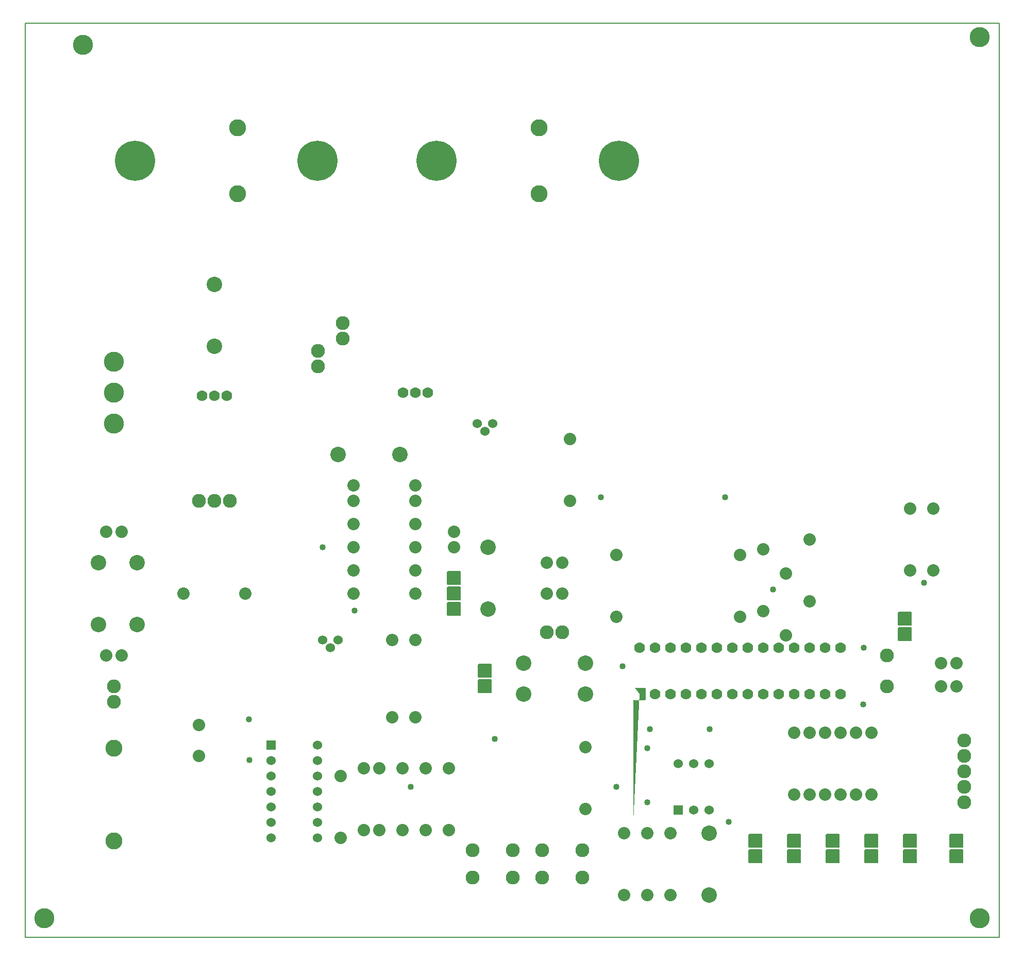
<source format=gbr>
G04 PROTEUS GERBER X2 FILE*
%TF.GenerationSoftware,Labcenter,Proteus,8.15-SP1-Build34318*%
%TF.CreationDate,2023-09-22T11:01:59+00:00*%
%TF.FileFunction,Soldermask,Top*%
%TF.FilePolarity,Negative*%
%TF.Part,Single*%
%TF.SameCoordinates,{152284cb-42d1-4113-bbe4-b0d9b1a291b6}*%
%FSLAX45Y45*%
%MOMM*%
G01*
%TA.AperFunction,Material*%
%ADD73C,1.016000*%
%AMPPAD024*
4,1,68,
-0.762000,1.016000,
0.762000,1.016000,
0.788400,1.014720,
0.813930,1.010950,
0.838490,1.004800,
0.861960,0.996400,
0.884220,0.985870,
0.905150,0.973300,
0.924650,0.958840,
0.942580,0.942580,
0.958840,0.924640,
0.973300,0.905150,
0.985860,0.884220,
0.996400,0.861960,
1.004800,0.838490,
1.010950,0.813930,
1.014720,0.788400,
1.016000,0.762000,
1.016000,-0.762000,
1.014720,-0.788400,
1.010950,-0.813930,
1.004800,-0.838490,
0.996400,-0.861960,
0.985860,-0.884220,
0.973300,-0.905150,
0.958840,-0.924640,
0.942580,-0.942580,
0.924650,-0.958840,
0.905150,-0.973300,
0.884220,-0.985870,
0.861960,-0.996400,
0.838490,-1.004800,
0.813930,-1.010950,
0.788400,-1.014720,
0.762000,-1.016000,
-0.762000,-1.016000,
-0.788400,-1.014720,
-0.813930,-1.010950,
-0.838490,-1.004800,
-0.861960,-0.996400,
-0.884220,-0.985870,
-0.905150,-0.973300,
-0.924650,-0.958840,
-0.942580,-0.942580,
-0.958840,-0.924640,
-0.973300,-0.905150,
-0.985860,-0.884220,
-0.996400,-0.861960,
-1.004800,-0.838490,
-1.010950,-0.813930,
-1.014720,-0.788400,
-1.016000,-0.762000,
-1.016000,0.762000,
-1.014720,0.788400,
-1.010950,0.813930,
-1.004800,0.838490,
-0.996400,0.861960,
-0.985860,0.884220,
-0.973300,0.905150,
-0.958840,0.924640,
-0.942580,0.942580,
-0.924650,0.958840,
-0.905150,0.973300,
-0.884220,0.985870,
-0.861960,0.996400,
-0.838490,1.004800,
-0.813930,1.010950,
-0.788400,1.014720,
-0.762000,1.016000,
0*%
%TA.AperFunction,Material*%
%ADD30PPAD024*%
%ADD31C,1.778000*%
%TA.AperFunction,Material*%
%ADD32C,2.032000*%
%AMPPAD027*
4,1,36,
-1.143000,-1.016000,
-1.143000,1.016000,
-1.140470,1.041970,
-1.133200,1.065980,
-1.121650,1.087580,
-1.106290,1.106290,
-1.087570,1.121650,
-1.065980,1.133200,
-1.041970,1.140470,
-1.016000,1.143000,
1.016000,1.143000,
1.041970,1.140470,
1.065980,1.133200,
1.087570,1.121650,
1.106290,1.106290,
1.121650,1.087580,
1.133200,1.065980,
1.140470,1.041970,
1.143000,1.016000,
1.143000,-1.016000,
1.140470,-1.041970,
1.133200,-1.065980,
1.121650,-1.087580,
1.106290,-1.106290,
1.087570,-1.121650,
1.065980,-1.133200,
1.041970,-1.140470,
1.016000,-1.143000,
-1.016000,-1.143000,
-1.041970,-1.140470,
-1.065980,-1.133200,
-1.087570,-1.121650,
-1.106290,-1.106290,
-1.121650,-1.087580,
-1.133200,-1.065980,
-1.140470,-1.041970,
-1.143000,-1.016000,
0*%
%ADD33PPAD027*%
%ADD34C,2.286000*%
%ADD35C,2.540000*%
%AMPPAD030*
4,1,36,
-0.635000,0.762000,
0.635000,0.762000,
0.660970,0.759470,
0.684980,0.752200,
0.706580,0.740650,
0.725290,0.725290,
0.740650,0.706570,
0.752200,0.684980,
0.759470,0.660970,
0.762000,0.635000,
0.762000,-0.635000,
0.759470,-0.660970,
0.752200,-0.684980,
0.740650,-0.706570,
0.725290,-0.725290,
0.706580,-0.740650,
0.684980,-0.752200,
0.660970,-0.759470,
0.635000,-0.762000,
-0.635000,-0.762000,
-0.660970,-0.759470,
-0.684980,-0.752200,
-0.706580,-0.740650,
-0.725290,-0.725290,
-0.740650,-0.706570,
-0.752200,-0.684980,
-0.759470,-0.660970,
-0.762000,-0.635000,
-0.762000,0.635000,
-0.759470,0.660970,
-0.752200,0.684980,
-0.740650,0.706570,
-0.725290,0.725290,
-0.706580,0.740650,
-0.684980,0.752200,
-0.660970,0.759470,
-0.635000,0.762000,
0*%
%TA.AperFunction,Material*%
%ADD36PPAD030*%
%ADD37C,1.524000*%
%TA.AperFunction,Material*%
%ADD38C,2.794000*%
%AMPPAD033*
4,1,36,
0.762000,0.635000,
0.762000,-0.635000,
0.759470,-0.660970,
0.752200,-0.684980,
0.740650,-0.706580,
0.725290,-0.725290,
0.706570,-0.740650,
0.684980,-0.752200,
0.660970,-0.759470,
0.635000,-0.762000,
-0.635000,-0.762000,
-0.660970,-0.759470,
-0.684980,-0.752200,
-0.706570,-0.740650,
-0.725290,-0.725290,
-0.740650,-0.706580,
-0.752200,-0.684980,
-0.759470,-0.660970,
-0.762000,-0.635000,
-0.762000,0.635000,
-0.759470,0.660970,
-0.752200,0.684980,
-0.740650,0.706580,
-0.725290,0.725290,
-0.706570,0.740650,
-0.684980,0.752200,
-0.660970,0.759470,
-0.635000,0.762000,
0.635000,0.762000,
0.660970,0.759470,
0.684980,0.752200,
0.706570,0.740650,
0.725290,0.725290,
0.740650,0.706580,
0.752200,0.684980,
0.759470,0.660970,
0.762000,0.635000,
0*%
%TA.AperFunction,Material*%
%ADD39PPAD033*%
%TA.AperFunction,Material*%
%ADD40C,3.302000*%
%TA.AperFunction,Material*%
%ADD41C,6.604000*%
%TA.AperFunction,Profile*%
%ADD23C,0.203200*%
%TD.AperFunction*%
D73*
X-8695580Y-6034329D03*
X-8706032Y-5365358D03*
X-6044494Y-6482252D03*
X-2667000Y-6477000D03*
X-2119842Y-5529752D03*
X-878920Y-1723217D03*
X-2920328Y-1723217D03*
X+1397000Y-4191000D03*
X+1390504Y-5126123D03*
X-6967519Y-3581273D03*
X-2561634Y-4498841D03*
X+2387387Y-3121995D03*
X-1137633Y-5530761D03*
X-93014Y-3234029D03*
X-818960Y-7051837D03*
X-2159000Y-6731000D03*
X-2159000Y-5842000D03*
X-4663471Y-5694230D03*
X-7493000Y-2540000D03*
D30*
X-2286000Y-4953000D03*
D31*
X-2032000Y-4953000D03*
X-1778000Y-4953000D03*
X-1524000Y-4953000D03*
X-1270000Y-4953000D03*
X-1016000Y-4953000D03*
X-762000Y-4953000D03*
X-508000Y-4953000D03*
X-254000Y-4953000D03*
X+0Y-4953000D03*
X+254000Y-4953000D03*
X+508000Y-4953000D03*
X+762000Y-4953000D03*
X+1016000Y-4953000D03*
X+1016000Y-4191000D03*
X+762000Y-4191000D03*
X+508000Y-4191000D03*
X+254000Y-4191000D03*
X+0Y-4191000D03*
X-254000Y-4191000D03*
X-508000Y-4191000D03*
X-762000Y-4191000D03*
X-1016000Y-4191000D03*
X-1270000Y-4191000D03*
X-1524000Y-4191000D03*
X-1778000Y-4191000D03*
X-2032000Y-4191000D03*
X-2284000Y-4191000D03*
D32*
X+1016000Y-5588000D03*
X+1016000Y-6604000D03*
X+508000Y-5588000D03*
X+508000Y-6604000D03*
X+762000Y-5588000D03*
X+762000Y-6604000D03*
X+1270000Y-5588000D03*
X+1270000Y-6604000D03*
X+254000Y-5588000D03*
X+254000Y-6604000D03*
D33*
X+2070212Y-3975212D03*
X+2070212Y-3721212D03*
D34*
X+1778000Y-4318000D03*
X+1778000Y-4826000D03*
D33*
X+889000Y-7366000D03*
X+889000Y-7620000D03*
X-381000Y-7366000D03*
X-381000Y-7620000D03*
X+2159000Y-7366000D03*
X+2159000Y-7620000D03*
X+1524000Y-7366000D03*
X+1524000Y-7620000D03*
X+254000Y-7366000D03*
X+254000Y-7620000D03*
D32*
X-635000Y-3683000D03*
X-635000Y-2667000D03*
X-254000Y-3594099D03*
X-254000Y-2578099D03*
D35*
X-4191000Y-4953000D03*
X-3175000Y-4953000D03*
D32*
X-3175000Y-6845299D03*
X-3175000Y-5829299D03*
D33*
X-4826000Y-4826000D03*
X-4826000Y-4572000D03*
D32*
X-3810000Y-3302000D03*
X-3556000Y-3302000D03*
X-3556000Y-2794000D03*
X-3810000Y-2794000D03*
D35*
X-4191000Y-4445000D03*
X-3175000Y-4445000D03*
D34*
X-3810000Y-3937000D03*
X-3556000Y-3937000D03*
D32*
X-2667000Y-2667000D03*
X-2667000Y-3683000D03*
X-1778000Y-7239000D03*
X-1778000Y-8255000D03*
D35*
X-1143000Y-7239000D03*
X-1143000Y-8255000D03*
D36*
X-1651000Y-6858000D03*
D37*
X-1397000Y-6858000D03*
X-1143000Y-6858000D03*
X-1143000Y-6096000D03*
X-1397000Y-6096000D03*
X-1651000Y-6096000D03*
D38*
X-10922000Y-7366000D03*
X-10922000Y-5842000D03*
D39*
X-8339314Y-5795303D03*
D37*
X-8339314Y-6049303D03*
X-8339314Y-6303303D03*
X-8339314Y-6557303D03*
X-8339314Y-6811303D03*
X-8339314Y-7065303D03*
X-8339314Y-7319303D03*
X-7577314Y-7319303D03*
X-7577314Y-7065303D03*
X-7577314Y-6811303D03*
X-7577314Y-6557303D03*
X-7577314Y-6303303D03*
X-7577314Y-6049303D03*
X-7577314Y-5795303D03*
D32*
X-11049000Y-4318000D03*
X-10795000Y-4318000D03*
D35*
X-10541000Y-2794000D03*
X-10541000Y-3810000D03*
X-11176000Y-3810000D03*
X-11176000Y-2794000D03*
D32*
X-5334000Y-2286000D03*
X-5334000Y-2540000D03*
D35*
X-4775199Y-3556000D03*
X-4775199Y-2540000D03*
D32*
X-6985000Y-1778000D03*
X-5969000Y-1778000D03*
X-6985000Y-2159000D03*
X-5969000Y-2159000D03*
X-6985000Y-1524000D03*
X-5969000Y-1524000D03*
X-11049000Y-2286000D03*
X-10795000Y-2286000D03*
X-2159000Y-7239000D03*
X-2159000Y-8255000D03*
X-2540000Y-8255000D03*
X-2540000Y-7239000D03*
X+508000Y-3429000D03*
X+508000Y-2413000D03*
X+115951Y-3987801D03*
X+115951Y-2971801D03*
D34*
X-3226000Y-7972000D03*
X-3886000Y-7972000D03*
X-3226000Y-7522000D03*
X-3886000Y-7522000D03*
D32*
X+2159000Y-2921000D03*
X+2159000Y-1905000D03*
X+2540000Y-1905000D03*
X+2540000Y-2921000D03*
D37*
X-7493000Y-4064000D03*
X-7366000Y-4191000D03*
X-7239000Y-4064000D03*
X-4953000Y-508000D03*
X-4826000Y-635000D03*
X-4699000Y-508000D03*
D31*
X-9474199Y-50800D03*
X-9270999Y-50800D03*
X-9067799Y-50800D03*
X-6172200Y+0D03*
X-5969000Y+0D03*
X-5765800Y+0D03*
D40*
X-10922000Y+508000D03*
X-10922000Y+0D03*
X-10922000Y-508000D03*
D33*
X-5334000Y-3048000D03*
X-5334000Y-3302000D03*
X-5334000Y-3556000D03*
D32*
X-9525000Y-5969000D03*
X-9525000Y-5461000D03*
X-9779000Y-3302000D03*
X-8763000Y-3302000D03*
D34*
X-9017000Y-1778000D03*
X-9525000Y-1778000D03*
X-9271000Y-1778000D03*
D32*
X-6815314Y-7192303D03*
X-6815314Y-6176303D03*
X-6561314Y-6176303D03*
X-6561314Y-7192303D03*
X-5799314Y-7192303D03*
X-5799314Y-6176303D03*
X-6180314Y-6176303D03*
X-6180314Y-7192303D03*
X-5969000Y-2921000D03*
X-6985000Y-2921000D03*
X-5969000Y-3302000D03*
X-6985000Y-3302000D03*
X-3429000Y-1778000D03*
X-3429000Y-762000D03*
X-5969000Y-2540000D03*
X-6985000Y-2540000D03*
X+2667000Y-4826000D03*
X+2921000Y-4826000D03*
X+2667000Y-4445000D03*
X+2921000Y-4445000D03*
D34*
X-7572963Y+428037D03*
X-7572963Y+682037D03*
D35*
X-9271000Y+1778000D03*
X-9271000Y+762000D03*
D32*
X-7196314Y-6303303D03*
X-7196314Y-7319303D03*
X-5418314Y-7192303D03*
X-5418314Y-6176303D03*
D34*
X-4369000Y-7972000D03*
X-5029000Y-7972000D03*
X-4369000Y-7522000D03*
X-5029000Y-7522000D03*
D32*
X-5969000Y-5334000D03*
X-5969000Y-4064000D03*
X-6350000Y-5334000D03*
X-6350000Y-4064000D03*
D38*
X-8890000Y+4353560D03*
X-8890000Y+3266440D03*
D41*
X-7576820Y+3810000D03*
X-10574020Y+3810000D03*
D38*
X-3937000Y+4353560D03*
X-3937000Y+3266440D03*
D41*
X-2623820Y+3810000D03*
X-5621020Y+3810000D03*
D40*
X-12065000Y-8636000D03*
X+3302000Y-8636000D03*
X+3302000Y+5842000D03*
X-11430000Y+5715000D03*
D33*
X+2921000Y-7366000D03*
X+2921000Y-7620000D03*
D32*
X+1524000Y-5588000D03*
X+1524000Y-6604000D03*
D34*
X+3048000Y-5715000D03*
X+3048000Y-5969000D03*
X+3048000Y-6223000D03*
X+3048000Y-6477000D03*
X+3048000Y-6731000D03*
D35*
X-7239000Y-1016000D03*
X-6223000Y-1016000D03*
D34*
X-7162799Y+1142252D03*
X-7162799Y+888252D03*
X-10922000Y-4826000D03*
X-10922000Y-5080000D03*
D23*
X-12382500Y-8953500D02*
X+3619500Y-8953500D01*
X+3619500Y+6068060D01*
X-12382500Y+6068060D01*
X-12382500Y-8953500D01*
M02*

</source>
